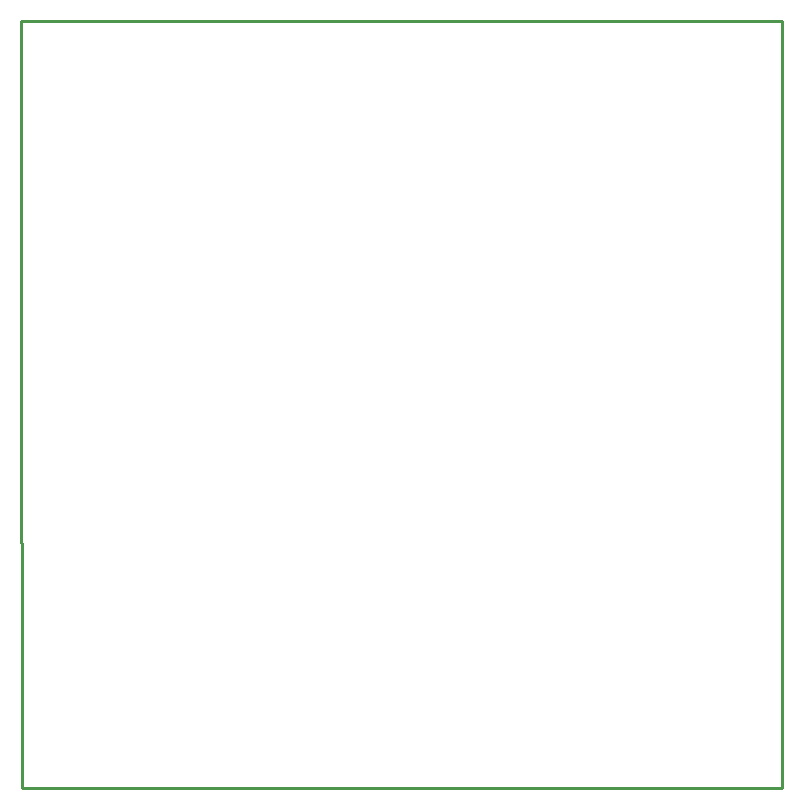
<source format=gko>
G04 Layer_Color=16711935*
%FSLAX44Y44*%
%MOMM*%
G71*
G01*
G75*
%ADD35C,0.2540*%
D35*
X655000Y698420D02*
X656500Y696920D01*
Y490000D02*
Y621410D01*
Y490000D02*
X1300000D01*
Y1140000D01*
X655000D02*
X1300000D01*
X655000Y698420D02*
Y1140000D01*
X656500Y621410D02*
Y696920D01*
M02*

</source>
